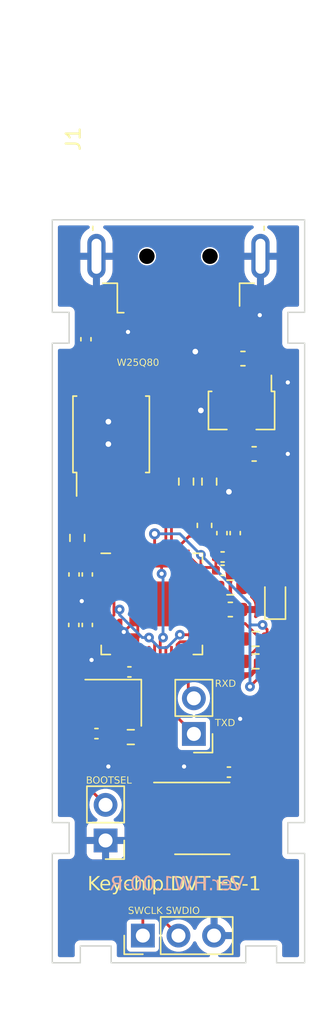
<source format=kicad_pcb>
(kicad_pcb (version 20221018) (generator pcbnew)
  (title_block (title "Keychip") (date "2023-11-12") (rev "Ver.HW1.00-R") (company "Setsuna ad Astra"))
  (layers (0 "F.Cu" signal) (31 "B.Cu" power) (34 "B.Paste" user) (35 "F.Paste" user) (36 "B.SilkS" user "B.Silkscreen") (37 "F.SilkS" user "F.Silkscreen") (38 "B.Mask" user) (39 "F.Mask" user) (44 "Edge.Cuts" user))
  (net 0 "")
  (net 1 "+3V3")
  (net 2 "GND")
  (net 3 "+1V1")
  (net 4 "Net-(J1-VBUS)")
  (net 5 "/XOUT")
  (net 6 "/XIN")
  (net 7 "Net-(D1-A)")
  (net 8 "/USB_D-")
  (net 9 "/USB_D+")
  (net 10 "/~{BOOTSEL}")
  (net 11 "/SWCLK")
  (net 12 "/SWDIO")
  (net 13 "/DBG_TX")
  (net 14 "/DBG_RX")
  (net 15 "/QSPI_SS")
  (net 16 "Net-(U1-USB_DP)")
  (net 17 "Net-(U1-USB_DM)")
  (net 18 "Net-(U1-XOUT)")
  (net 19 "/LED")
  (net 20 "/SCL")
  (net 21 "/SDA")
  (net 47 "/QSPI_SD3")
  (net 48 "/QSPI_SCLK")
  (net 49 "/QSPI_SD0")
  (net 50 "/QSPI_SD2")
  (net 51 "/QSPI_SD1")
  (footprint "Connector_PinHeader_2.54mm:PinHeader_1x03_P2.54mm_Vertical" (layer "F.Cu") (at 150.26 127.06 90)
    (fp_text reference "J3" hide)
    (fp_text value "Conn_01x03_Pin")
    (pad "1" thru_hole rect locked (at 0 0 90) (size 1.7 1.7) (drill 1) (layers "*.Cu" "*.Mask") (net 11 "/SWCLK"))
    (pad "2" thru_hole oval locked (at 0 2.54 90) (size 1.7 1.7) (drill 1) (layers "*.Cu" "*.Mask") (net 12 "/SWDIO"))
    (pad "3" thru_hole oval locked (at 0 5.08 90) (size 1.7 1.7) (drill 1) (layers "*.Cu" "*.Mask") (net 2 "GND"))
  )
  (footprint "Crystal:Crystal_SMD_3225-4Pin_3.2x2.5mm" (layer "F.Cu") (at 148.15 110.45 180)
    (fp_text reference "Y1" hide)
    (fp_text value "YSX321SL")
    (pad "1" smd rect locked (at -1.1 0.85 180) (size 1.4 1.2) (layers "F.Cu" "F.Paste" "F.Mask") (net 6 "/XIN"))
    (pad "2" smd rect locked (at 1.1 0.85 180) (size 1.4 1.2) (layers "F.Cu" "F.Paste" "F.Mask") (net 2 "GND"))
    (pad "3" smd rect locked (at 1.1 -0.85 180) (size 1.4 1.2) (layers "F.Cu" "F.Paste" "F.Mask") (net 5 "/XOUT"))
    (pad "4" smd rect locked (at -1.1 -0.85 180) (size 1.4 1.2) (layers "F.Cu" "F.Paste" "F.Mask") (net 2 "GND"))
  )
  (footprint "Capacitor_SMD:C_0402_1005Metric" (layer "F.Cu") (at 155.9 98.35 90)
    (fp_text reference "C11" hide)
    (fp_text value "100n")
    (pad "1" smd roundrect locked (at -0.48 0 90) (size 0.56 0.62) (layers "F.Cu" "F.Paste" "F.Mask") (net 3 "+1V1"))
    (pad "2" smd roundrect locked (at 0.48 0 90) (size 0.56 0.62) (layers "F.Cu" "F.Paste" "F.Mask") (net 2 "GND"))
  )
  (footprint "Capacitor_SMD:C_0402_1005Metric" (layer "F.Cu") (at 146.3 101.3 -90)
    (fp_text reference locked "C6" hide)
    (fp_text value "100n")
    (pad "1" smd roundrect locked (at -0.48 0 270) (size 0.56 0.62) (layers "F.Cu" "F.Paste" "F.Mask") (net 1 "+3V3"))
    (pad "2" smd roundrect locked (at 0.48 0 270) (size 0.56 0.62) (layers "F.Cu" "F.Paste" "F.Mask") (net 2 "GND"))
  )
  (footprint "Capacitor_SMD:C_0603_1608Metric" (layer "F.Cu") (at 154.658 97.8 90)
    (fp_text reference "C9" hide)
    (fp_text value "1u")
    (pad "1" smd roundrect locked (at -0.775 0 90) (size 0.9 0.95) (layers "F.Cu" "F.Paste" "F.Mask") (net 3 "+1V1"))
    (pad "2" smd roundrect locked (at 0.775 0 90) (size 0.9 0.95) (layers "F.Cu" "F.Paste" "F.Mask") (net 2 "GND"))
  )
  (footprint "Resistor_SMD:R_0603_1608Metric" (layer "F.Cu") (at 158.3 107.5 180)
    (fp_text reference "R6" hide)
    (fp_text value "4.7k")
    (pad "1" smd roundrect locked (at -0.825 0 180) (size 0.8 0.95) (layers "F.Cu" "F.Paste" "F.Mask") (net 1 "+3V3"))
    (pad "2" smd roundrect locked (at 0.825 0 180) (size 0.8 0.95) (layers "F.Cu" "F.Paste" "F.Mask") (net 20 "/SCL"))
  )
  (footprint "Package_DFN_QFN:QFN-56-1EP_7x7mm_P0.4mm_EP3.2x3.2mm" (layer "F.Cu") (at 150.9 103.4)
    (fp_text reference "U1" hide)
    (fp_text value "RP2040")
    (pad "1" smd roundrect locked (at -3.4375 -2.6) (size 0.875 0.2) (layers "F.Cu" "F.Paste" "F.Mask") (net 1 "+3V3"))
    (pad "2" smd roundrect locked (at -3.4375 -2.2) (size 0.875 0.2) (layers "F.Cu" "F.Paste" "F.Mask"))
    (pad "3" smd roundrect locked (at -3.4375 -1.8) (size 0.875 0.2) (layers "F.Cu" "F.Paste" "F.Mask"))
    (pad "4" smd roundrect locked (at -3.4375 -1.4) (size 0.875 0.2) (layers "F.Cu" "F.Paste" "F.Mask"))
    (pad "5" smd roundrect locked (at -3.4375 -1) (size 0.875 0.2) (layers "F.Cu" "F.Paste" "F.Mask"))
    (pad "6" smd roundrect locked (at -3.4375 -0.6) (size 0.875 0.2) (layers "F.Cu" "F.Paste" "F.Mask"))
    (pad "7" smd roundrect locked (at -3.4375 -0.2) (size 0.875 0.2) (layers "F.Cu" "F.Paste" "F.Mask"))
    (pad "8" smd roundrect locked (at -3.4375 0.2) (size 0.875 0.2) (layers "F.Cu" "F.Paste" "F.Mask"))
    (pad "9" smd roundrect locked (at -3.4375 0.6) (size 0.875 0.2) (layers "F.Cu" "F.Paste" "F.Mask"))
    (pad "10" smd roundrect locked (at -3.4375 1) (size 0.875 0.2) (layers "F.Cu" "F.Paste" "F.Mask") (net 1 "+3V3"))
    (pad "11" smd roundrect locked (at -3.4375 1.4) (size 0.875 0.2) (layers "F.Cu" "F.Paste" "F.Mask"))
    (pad "12" smd roundrect locked (at -3.4375 1.8) (size 0.875 0.2) (layers "F.Cu" "F.Paste" "F.Mask"))
    (pad "13" smd roundrect locked (at -3.4375 2.2) (size 0.875 0.2) (layers "F.Cu" "F.Paste" "F.Mask"))
    (pad "14" smd roundrect locked (at -3.4375 2.6) (size 0.875 0.2) (layers "F.Cu" "F.Paste" "F.Mask"))
    (pad "15" smd roundrect locked (at -2.6 3.4375) (size 0.2 0.875) (layers "F.Cu" "F.Paste" "F.Mask"))
    (pad "16" smd roundrect locked (at -2.2 3.4375) (size 0.2 0.875) (layers "F.Cu" "F.Paste" "F.Mask"))
    (pad "17" smd roundrect locked (at -1.8 3.4375) (size 0.2 0.875) (layers "F.Cu" "F.Paste" "F.Mask"))
    (pad "18" smd roundrect locked (at -1.4 3.4375) (size 0.2 0.875) (layers "F.Cu" "F.Paste" "F.Mask"))
    (pad "19" smd roundrect locked (at -1 3.4375) (size 0.2 0.875) (layers "F.Cu" "F.Paste" "F.Mask") (net 2 "GND"))
    (pad "20" smd roundrect locked (at -0.6 3.4375) (size 0.2 0.875) (layers "F.Cu" "F.Paste" "F.Mask") (net 6 "/XIN"))
    (pad "21" smd roundrect locked (at -0.2 3.4375) (size 0.2 0.875) (layers "F.Cu" "F.Paste" "F.Mask") (net 18 "Net-(U1-XOUT)"))
    (pad "22" smd roundrect locked (at 0.2 3.4375) (size 0.2 0.875) (layers "F.Cu" "F.Paste" "F.Mask") (net 1 "+3V3"))
    (pad "23" smd roundrect locked (at 0.6 3.4375) (size 0.2 0.875) (layers "F.Cu" "F.Paste" "F.Mask") (net 3 "+1V1"))
    (pad "24" smd roundrect locked (at 1 3.4375) (size 0.2 0.875) (layers "F.Cu" "F.Paste" "F.Mask") (net 11 "/SWCLK"))
    (pad "25" smd roundrect locked (at 1.4 3.4375) (size 0.2 0.875) (layers "F.Cu" "F.Paste" "F.Mask") (net 12 "/SWDIO"))
    (pad "26" smd roundrect locked (at 1.8 3.4375) (size 0.2 0.875) (layers "F.Cu" "F.Paste" "F.Mask") (net 1 "+3V3"))
    (pad "27" smd roundrect locked (at 2.2 3.4375) (size 0.2 0.875) (layers "F.Cu" "F.Paste" "F.Mask") (net 13 "/DBG_TX"))
    (pad "28" smd roundrect locked (at 2.6 3.4375) (size 0.2 0.875) (layers "F.Cu" "F.Paste" "F.Mask") (net 14 "/DBG_RX"))
    (pad "29" smd roundrect locked (at 3.4375 2.6) (size 0.875 0.2) (layers "F.Cu" "F.Paste" "F.Mask"))
    (pad "30" smd roundrect locked (at 3.4375 2.2) (size 0.875 0.2) (layers "F.Cu" "F.Paste" "F.Mask"))
    (pad "31" smd roundrect locked (at 3.4375 1.8) (size 0.875 0.2) (layers "F.Cu" "F.Paste" "F.Mask") (net 21 "/SDA"))
    (pad "32" smd roundrect locked (at 3.4375 1.4) (size 0.875 0.2) (layers "F.Cu" "F.Paste" "F.Mask") (net 20 "/SCL"))
    (pad "33" smd roundrect locked (at 3.4375 1) (size 0.875 0.2) (layers "F.Cu" "F.Paste" "F.Mask") (net 1 "+3V3"))
    (pad "34" smd roundrect locked (at 3.4375 0.6) (size 0.875 0.2) (layers "F.Cu" "F.Paste" "F.Mask"))
    (pad "35" smd roundrect locked (at 3.4375 0.2) (size 0.875 0.2) (layers "F.Cu" "F.Paste" "F.Mask"))
    (pad "36" smd roundrect locked (at 3.4375 -0.2) (size 0.875 0.2) (layers "F.Cu" "F.Paste" "F.Mask"))
    (pad "37" smd roundrect locked (at 3.4375 -0.6) (size 0.875 0.2) (layers "F.Cu" "F.Paste" "F.Mask") (net 19 "/LED"))
    (pad "38" smd roundrect locked (at 3.4375 -1) (size 0.875 0.2) (layers "F.Cu" "F.Paste" "F.Mask"))
    (pad "39" smd roundrect locked (at 3.4375 -1.4) (size 0.875 0.2) (layers "F.Cu" "F.Paste" "F.Mask"))
    (pad "40" smd roundrect locked (at 3.4375 -1.8) (size 0.875 0.2) (layers "F.Cu" "F.Paste" "F.Mask"))
    (pad "41" smd roundrect locked (at 3.4375 -2.2) (size 0.875 0.2) (layers "F.Cu" "F.Paste" "F.Mask"))
    (pad "42" smd roundrect locked (at 3.4375 -2.6) (size 0.875 0.2) (layers "F.Cu" "F.Paste" "F.Mask") (net 1 "+3V3"))
    (pad "43" smd roundrect locked (at 2.6 -3.4375) (size 0.2 0.875) (layers "F.Cu" "F.Paste" "F.Mask") (net 1 "+3V3"))
    (pad "44" smd roundrect locked (at 2.2 -3.4375) (size 0.2 0.875) (layers "F.Cu" "F.Paste" "F.Mask") (net 1 "+3V3"))
    (pad "45" smd roundrect locked (at 1.8 -3.4375) (size 0.2 0.875) (layers "F.Cu" "F.Paste" "F.Mask") (net 3 "+1V1"))
    (pad "46" smd roundrect locked (at 1.4 -3.4375) (size 0.2 0.875) (layers "F.Cu" "F.Paste" "F.Mask") (net 17 "Net-(U1-USB_DM)"))
    (pad "47" smd roundrect locked (at 1 -3.4375) (size 0.2 0.875) (layers "F.Cu" "F.Paste" "F.Mask") (net 16 "Net-(U1-USB_DP)"))
    (pad "48" smd roundrect locked (at 0.6 -3.4375) (size 0.2 0.875) (layers "F.Cu" "F.Paste" "F.Mask") (net 1 "+3V3"))
    (pad "49" smd roundrect locked (at 0.2 -3.4375) (size 0.2 0.875) (layers "F.Cu" "F.Paste" "F.Mask") (net 1 "+3V3"))
    (pad "50" smd roundrect locked (at -0.2 -3.4375) (size 0.2 0.875) (layers "F.Cu" "F.Paste" "F.Mask") (net 3 "+1V1"))
    (pad "51" smd roundrect locked (at -0.6 -3.4375) (size 0.2 0.875) (layers "F.Cu" "F.Paste" "F.Mask") (net 47 "/QSPI_SD3"))
    (pad "52" smd roundrect locked (at -1 -3.4375) (size 0.2 0.875) (layers "F.Cu" "F.Paste" "F.Mask") (net 48 "/QSPI_SCLK"))
    (pad "53" smd roundrect locked (at -1.4 -3.4375) (size 0.2 0.875) (layers "F.Cu" "F.Paste" "F.Mask") (net 49 "/QSPI_SD0"))
    (pad "54" smd roundrect locked (at -1.8 -3.4375) (size 0.2 0.875) (layers "F.Cu" "F.Paste" "F.Mask") (net 50 "/QSPI_SD2"))
    (pad "55" smd roundrect locked (at -2.2 -3.4375) (size 0.2 0.875) (layers "F.Cu" "F.Paste" "F.Mask") (net 51 "/QSPI_SD1"))
    (pad "56" smd roundrect locked (at -2.6 -3.4375) (size 0.2 0.875) (layers "F.Cu" "F.Paste" "F.Mask") (net 15 "/QSPI_SS"))
    (pad "57" smd rect locked (at 0 0) (size 3.2 3.2) (layers "F.Cu" "F.Mask") (net 2 "GND"))
  )
  (footprint "Capacitor_SMD:C_0402_1005Metric" (layer "F.Cu") (at 146.3 104.9 -90)
    (fp_text reference locked "C5" hide)
    (fp_text value "100n")
    (pad "1" smd roundrect locked (at -0.48 0 270) (size 0.56 0.62) (layers "F.Cu" "F.Paste" "F.Mask") (net 1 "+3V3"))
    (pad "2" smd roundrect locked (at 0.48 0 270) (size 0.56 0.62) (layers "F.Cu" "F.Paste" "F.Mask") (net 2 "GND"))
  )
  (footprint "Resistor_SMD:R_0603_1608Metric" (layer "F.Cu") (at 145.582 98.6925 90)
    (fp_text reference "R1" hide)
    (fp_text value "1k")
    (pad "1" smd roundrect locked (at -0.825 0 90) (size 0.8 0.95) (layers "F.Cu" "F.Paste" "F.Mask") (net 10 "/~{BOOTSEL}"))
    (pad "2" smd roundrect locked (at 0.825 0 90) (size 0.8 0.95) (layers "F.Cu" "F.Paste" "F.Mask") (net 15 "/QSPI_SS"))
  )
  (footprint "Package_SO:SOIC-8_5.23x5.23mm_P1.27mm" (layer "F.Cu") (at 148 91.3 90)
    (fp_text reference "U3" hide)
    (fp_text value "W25Q80DV")
    (pad "1" smd roundrect locked (at -3.6 -1.905 90) (size 1.6 0.6) (layers "F.Cu" "F.Paste" "F.Mask") (net 15 "/QSPI_SS"))
    (pad "2" smd roundrect locked (at -3.6 -0.635 90) (size 1.6 0.6) (layers "F.Cu" "F.Paste" "F.Mask") (net 51 "/QSPI_SD1"))
    (pad "3" smd roundrect locked (at -3.6 0.635 90) (size 1.6 0.6) (layers "F.Cu" "F.Paste" "F.Mask") (net 50 "/QSPI_SD2"))
    (pad "4" smd roundrect locked (at -3.6 1.905 90) (size 1.6 0.6) (layers "F.Cu" "F.Paste" "F.Mask") (net 2 "GND"))
    (pad "5" smd roundrect locked (at 3.6 1.905 90) (size 1.6 0.6) (layers "F.Cu" "F.Paste" "F.Mask") (net 49 "/QSPI_SD0"))
    (pad "6" smd roundrect locked (at 3.6 0.635 90) (size 1.6 0.6) (layers "F.Cu" "F.Paste" "F.Mask") (net 48 "/QSPI_SCLK"))
    (pad "7" smd roundrect locked (at 3.6 -0.635 90) (size 1.6 0.6) (layers "F.Cu" "F.Paste" "F.Mask") (net 47 "/QSPI_SD3"))
    (pad "8" smd roundrect locked (at 3.6 -1.905 90) (size 1.6 0.6) (layers "F.Cu" "F.Paste" "F.Mask") (net 1 "+3V3"))
  )
  (footprint "Connector_PinHeader_2.54mm:PinHeader_1x02_P2.54mm_Vertical" (layer "F.Cu") (at 147.6 120.275 180)
    (fp_text reference "J2" hide)
    (fp_text value "Conn_01x02_Socket")
    (pad "1" thru_hole rect locked (at 0 0 180) (size 1.7 1.7) (drill 1) (layers "*.Cu" "*.Mask") (net 2 "GND"))
    (pad "2" thru_hole oval locked (at 0 2.54 180) (size 1.7 1.7) (drill 1) (layers "*.Cu" "*.Mask") (net 10 "/~{BOOTSEL}"))
  )
  (footprint "Capacitor_SMD:C_0402_1005Metric" (layer "F.Cu") (at 146.95 112.65)
    (fp_text reference "C15" hide)
    (fp_text value "30p")
    (pad "1" smd roundrect locked (at -0.48 0) (size 0.56 0.62) (layers "F.Cu" "F.Paste" "F.Mask") (net 2 "GND"))
    (pad "2" smd roundrect locked (at 0.48 0) (size 0.56 0.62) (layers "F.Cu" "F.Paste" "F.Mask") (net 5 "/XOUT"))
  )
  (footprint "Capacitor_SMD:C_0402_1005Metric" (layer "F.Cu") (at 145.334 104.9 -90)
    (fp_text reference "C8" hide)
    (fp_text value "100n")
    (pad "1" smd roundrect locked (at -0.48 0 270) (size 0.56 0.62) (layers "F.Cu" "F.Paste" "F.Mask") (net 1 "+3V3"))
    (pad "2" smd roundrect locked (at 0.48 0 270) (size 0.56 0.62) (layers "F.Cu" "F.Paste" "F.Mask") (net 2 "GND"))
  )
  (footprint "Connector_PinHeader_2.54mm:PinHeader_1x02_P2.54mm_Vertical" (layer "F.Cu") (at 153.9 112.675 180)
    (fp_text reference "J4" hide)
    (fp_text value "Conn_01x02_Socket")
    (pad "1" thru_hole rect locked (at 0 0 180) (size 1.7 1.7) (drill 1) (layers "*.Cu" "*.Mask") (net 13 "/DBG_TX"))
    (pad "2" thru_hole oval locked (at 0 2.54 180) (size 1.7 1.7) (drill 1) (layers "*.Cu" "*.Mask") (net 14 "/DBG_RX"))
  )
  (footprint "Connector_USB:USB_A_Molex_48037-2200_Horizontal" (layer "F.Cu") (at 152.8 70.225 90)
    (fp_text reference "J1" (at 0 -7.5 90) (layer "F.SilkS"))
    (fp_text value "USB_A")
    (pad "" np_thru_hole circle locked (at -8.375 -2.25 90) (size 1.1 1.1) (drill 1.1) (layers "*.Mask"))
    (pad "" np_thru_hole circle locked (at -8.375 2.25 90) (size 1.1 1.1) (drill 1.1) (layers "*.Mask"))
    (pad "1" smd roundrect locked (at -10.975 -3.5 90) (size 2 1.2) (layers "F.Cu" "F.Paste" "F.Mask") (net 4 "Net-(J1-VBUS)"))
    (pad "2" smd roundrect locked (at -10.975 -1 90) (size 2 1.2) (layers "F.Cu" "F.Paste" "F.Mask") (net 8 "/USB_D-"))
    (pad "3" smd roundrect locked (at -10.975 1 90) (size 2 1.2) (layers "F.Cu" "F.Paste" "F.Mask") (net 9 "/USB_D+"))
    (pad "4" smd roundrect locked (at -10.975 3.5 90) (size 2 1.2) (layers "F.Cu" "F.Paste" "F.Mask") (net 2 "GND"))
    (pad "5" thru_hole oval locked (at -8.375 -5.85 90) (size 3.2 1.3) (drill oval 2.5 0.7) (layers "*.Cu" "*.Mask") (net 2 "GND"))
    (pad "5" thru_hole oval locked (at -8.375 5.85 90) (size 3.2 1.3) (drill oval 2.5 0.7) (layers "*.Cu" "*.Mask") (net 2 "GND"))
  )
  (footprint "Capacitor_SMD:C_0402_1005Metric" (layer "F.Cu") (at 156.85 98.35 90)
    (fp_text reference "C10" hide)
    (fp_text value "100n")
    (pad "1" smd roundrect locked (at -0.48 0 90) (size 0.56 0.62) (layers "F.Cu" "F.Paste" "F.Mask") (net 3 "+1V1"))
    (pad "2" smd roundrect locked (at 0.48 0 90) (size 0.56 0.62) (layers "F.Cu" "F.Paste" "F.Mask") (net 2 "GND"))
  )
  (footprint "Resistor_SMD:R_0603_1608Metric" (layer "F.Cu") (at 149.4 112.9)
    (fp_text reference "R4" hide)
    (fp_text value "1k")
    (pad "1" smd roundrect locked (at -0.825 0) (size 0.8 0.95) (layers "F.Cu" "F.Paste" "F.Mask") (net 5 "/XOUT"))
    (pad "2" smd roundrect locked (at 0.825 0) (size 0.8 0.95) (layers "F.Cu" "F.Paste" "F.Mask") (net 18 "Net-(U1-XOUT)"))
  )
  (footprint "Capacitor_SMD:C_0402_1005Metric" (layer "F.Cu") (at 145.35 101.3 -90)
    (fp_text reference "C7" hide)
    (fp_text value "100n")
    (pad "1" smd roundrect locked (at -0.48 0 270) (size 0.56 0.62) (layers "F.Cu" "F.Paste" "F.Mask") (net 1 "+3V3"))
    (pad "2" smd roundrect locked (at 0.48 0 270) (size 0.56 0.62) (layers "F.Cu" "F.Paste" "F.Mask") (net 2 "GND"))
  )
  (footprint "Resistor_SMD:R_0603_1608Metric" (layer "F.Cu") (at 156.5 102.2275)
    (fp_text reference "R5" hide)
    (fp_text value "470")
    (pad "1" smd roundrect locked (at -0.825 0) (size 0.8 0.95) (layers "F.Cu" "F.Paste" "F.Mask") (net 19 "/LED"))
    (pad "2" smd roundrect locked (at 0.825 0) (size 0.8 0.95) (layers "F.Cu" "F.Paste" "F.Mask") (net 7 "Net-(D1-A)"))
  )
  (footprint "Capacitor_SMD:C_0603_1608Metric" (layer "F.Cu") (at 157.4 85.9)
    (fp_text reference "C12" hide)
    (fp_text value "10u")
    (pad "1" smd roundrect locked (at -0.775 0) (size 0.9 0.95) (layers "F.Cu" "F.Paste" "F.Mask") (net 4 "Net-(J1-VBUS)"))
    (pad "2" smd roundrect locked (at 0.775 0) (size 0.9 0.95) (layers "F.Cu" "F.Paste" "F.Mask") (net 2 "GND"))
  )
  (footprint "Capacitor_SMD:C_0603_1608Metric" (layer "F.Cu") (at 156.5 103.8)
    (fp_text reference locked "C1" hide)
    (fp_text value "1u")
    (pad "1" smd roundrect locked (at -0.775 0) (size 0.9 0.95) (layers "F.Cu" "F.Paste" "F.Mask") (net 1 "+3V3"))
    (pad "2" smd roundrect locked (at 0.775 0) (size 0.9 0.95) (layers "F.Cu" "F.Paste" "F.Mask") (net 2 "GND"))
  )
  (footprint "Package_TO_SOT_SMD:SOT-89-3" (layer "F.Cu") (at 157.3 89.6 -90)
    (fp_text reference "U5" hide)
    (fp_text value "AMS1117-3.3")
    (pad "1" smd rect locked (at -1.95 -1.5 270) (size 1.3 0.9) (layers "F.Cu" "F.Paste" "F.Mask") (net 2 "GND"))
    (pad "2" smd custom locked (at -1.8625 0 270) (size 1.475 0.9) (layers "F.Cu" "F.Paste" "F.Mask") (net 1 "+3V3") (options (clearance outline) (anchor rect)) (primitives (gr_poly (pts (xy 3.8625 0.8665) (xy 0.7375 0.8665) (xy 0.7375 -0.8665) (xy 3.8625 -0.8665)) (width 0) (fill yes))))
    (pad "3" smd rect locked (at -1.95 1.5 270) (size 1.3 0.9) (layers "F.Cu" "F.Paste" "F.Mask") (net 4 "Net-(J1-VBUS)"))
  )
  (footprint "Capacitor_SMD:C_0402_1005Metric" (layer "F.Cu") (at 155.95 100.05)
    (fp_text reference "C2" hide)
    (fp_text value "100n")
    (pad "1" smd roundrect locked (at -0.48 0) (size 0.56 0.62) (layers "F.Cu" "F.Paste" "F.Mask") (net 1 "+3V3"))
    (pad "2" smd roundrect locked (at 0.48 0) (size 0.56 0.62) (layers "F.Cu" "F.Paste" "F.Mask") (net 2 "GND"))
  )
  (footprint "Resistor_SMD:R_0603_1608Metric" (layer "F.Cu") (at 158.3 105.9)
    (fp_text reference "R7" hide)
    (fp_text value "4.7k")
    (pad "1" smd roundrect locked (at -0.825 0) (size 0.8 0.95) (layers "F.Cu" "F.Paste" "F.Mask") (net 21 "/SDA"))
    (pad "2" smd roundrect locked (at 0.825 0) (size 0.8 0.95) (layers "F.Cu" "F.Paste" "F.Mask") (net 1 "+3V3"))
  )
  (footprint "Resistor_SMD:R_0603_1608Metric" (layer "F.Cu") (at 155 94.675 -90)
    (fp_text reference "R3" hide)
    (fp_text value "27.4")
    (pad "1" smd roundrect locked (at -0.825 0 270) (size 0.8 0.95) (layers "F.Cu" "F.Paste" "F.Mask") (net 8 "/USB_D-"))
    (pad "2" smd roundrect locked (at 0.825 0 270) (size 0.8 0.95) (layers "F.Cu" "F.Paste" "F.Mask") (net 17 "Net-(U1-USB_DM)"))
  )
  (footprint "Capacitor_SMD:C_0402_1005Metric" (layer "F.Cu") (at 146.2 84.52 90)
    (fp_text reference "C14" hide)
    (fp_text value "100n")
    (pad "1" smd roundrect locked (at -0.48 0 90) (size 0.56 0.62) (layers "F.Cu" "F.Paste" "F.Mask") (net 1 "+3V3"))
    (pad "2" smd roundrect locked (at 0.48 0 90) (size 0.56 0.62) (layers "F.Cu" "F.Paste" "F.Mask") (net 2 "GND"))
  )
  (footprint "Capacitor_SMD:C_0603_1608Metric" (layer "F.Cu") (at 158.2 92.7)
    (fp_text reference "C13" hide)
    (fp_text value "10u")
    (pad "1" smd roundrect locked (at -0.775 0) (size 0.9 0.95) (layers "F.Cu" "F.Paste" "F.Mask") (net 1 "+3V3"))
    (pad "2" smd roundrect locked (at 0.775 0) (size 0.9 0.95) (layers "F.Cu" "F.Paste" "F.Mask") (net 2 "GND"))
  )
  (footprint "Capacitor_SMD:C_0402_1005Metric" (layer "F.Cu") (at 149.3 108.25 180)
    (fp_text reference "C16" hide)
    (fp_text value "30p")
    (pad "1" smd roundrect locked (at -0.48 0 180) (size 0.56 0.62) (layers "F.Cu" "F.Paste" "F.Mask") (net 6 "/XIN"))
    (pad "2" smd roundrect locked (at 0.48 0 180) (size 0.56 0.62) (layers "F.Cu" "F.Paste" "F.Mask") (net 2 "GND"))
  )
  (footprint "Capacitor_SMD:C_0402_1005Metric" (layer "F.Cu") (at 155.95 101)
    (fp_text reference "C4" hide)
    (fp_text value "100n")
    (pad "1" smd roundrect locked (at -0.48 0) (size 0.56 0.62) (layers "F.Cu" "F.Paste" "F.Mask") (net 1 "+3V3"))
    (pad "2" smd roundrect locked (at 0.48 0) (size 0.56 0.62) (layers "F.Cu" "F.Paste" "F.Mask") (net 2 "GND"))
  )
  (footprint "Resistor_SMD:R_0603_1608Metric" (layer "F.Cu") (at 153.35 94.675 -90)
    (fp_text reference "R2" hide)
    (fp_text value "27.4")
    (pad "1" smd roundrect locked (at -0.825 0 270) (size 0.8 0.95) (layers "F.Cu" "F.Paste" "F.Mask") (net 9 "/USB_D+"))
    (pad "2" smd roundrect locked (at 0.825 0 270) (size 0.8 0.95) (layers "F.Cu" "F.Paste" "F.Mask") (net 16 "Net-(U1-USB_DP)"))
  )
  (footprint "Capacitor_SMD:C_0402_1005Metric" (layer "F.Cu") (at 156.4 115.4 180)
    (fp_text reference "C17" hide)
    (fp_text value "100n")
    (pad "1" smd roundrect locked (at -0.48 0 180) (size 0.56 0.62) (layers "F.Cu" "F.Paste" "F.Mask") (net 1 "+3V3"))
    (pad "2" smd roundrect locked (at 0.48 0 180) (size 0.56 0.62) (layers "F.Cu" "F.Paste" "F.Mask") (net 2 "GND"))
  )
  (footprint "LED_SMD:LED_0603_1608Metric" (layer "F.Cu") (at 159.7 103 90)
    (fp_text reference "D1" hide)
    (fp_text value "LED")
    (pad "1" smd roundrect locked (at -0.7875 0 90) (size 0.875 0.95) (layers "F.Cu" "F.Paste" "F.Mask") (net 2 "GND"))
    (pad "2" smd roundrect locked (at 0.7875 0 90) (size 0.875 0.95) (layers "F.Cu" "F.Paste" "F.Mask") (net 7 "Net-(D1-A)"))
  )
  (footprint "Package_SO:SOIC-8_3.9x4.9mm_P1.27mm" (layer "F.Cu") (at 154.5 118.7)
    (fp_text reference "U4" hide)
    (fp_text value "ATECC608A-SSHDA")
    (pad "1" smd roundrect locked (at -2.475 -1.905) (size 1.95 0.6) (layers "F.Cu" "F.Paste" "F.Mask"))
    (pad "2" smd roundrect locked (at -2.475 -0.635) (size 1.95 0.6) (layers "F.Cu" "F.Paste" "F.Mask"))
    (pad "3" smd roundrect locked (at -2.475 0.635) (size 1.95 0.6) (layers "F.Cu" "F.Paste" "F.Mask"))
    (pad "4" smd roundrect locked (at -2.475 1.905) (size 1.95 0.6) (layers "F.Cu" "F.Paste" "F.Mask") (net 2 "GND"))
    (pad "5" smd roundrect locked (at 2.475 1.905) (size 1.95 0.6) (layers "F.Cu" "F.Paste" "F.Mask") (net 21 "/SDA"))
    (pad "6" smd roundrect locked (at 2.475 0.635) (size 1.95 0.6) (layers "F.Cu" "F.Paste" "F.Mask") (net 20 "/SCL"))
    (pad "7" smd roundrect locked (at 2.475 -0.635) (size 1.95 0.6) (layers "F.Cu" "F.Paste" "F.Mask"))
    (pad "8" smd roundrect locked (at 2.475 -1.905) (size 1.95 0.6) (layers "F.Cu" "F.Paste" "F.Mask") (net 1 "+3V3"))
  )
  (gr_line locked (start 160.6 84.8) (end 161.8 84.8) (stroke (width 0.1)) (layer "Edge.Cuts"))
  (gr_line locked (start 159.8 129) (end 159.8 127.8) (stroke (width 0.1)) (layer "Edge.Cuts"))
  (gr_line locked (start 143.8 76) (end 143.8 82.6) (stroke (width 0.1)) (layer "Edge.Cuts"))
  (gr_line locked (start 145 84.8) (end 143.8 84.8) (stroke (width 0.1)) (layer "Edge.Cuts"))
  (gr_line locked (start 160.6 121.2) (end 161.8 121.2) (stroke (width 0.1)) (layer "Edge.Cuts"))
  (gr_line locked (start 157.6 127.8) (end 157.6 129) (stroke (width 0.1)) (layer "Edge.Cuts"))
  (gr_line locked (start 161.8 82.6) (end 160.6 82.6) (stroke (width 0.1)) (layer "Edge.Cuts"))
  (gr_line locked (start 161.8 119) (end 160.6 119) (stroke (width 0.1)) (layer "Edge.Cuts"))
  (gr_line locked (start 161.8 129) (end 161.8 121.2) (stroke (width 0.1)) (layer "Edge.Cuts"))
  (gr_line locked (start 145 121.2) (end 143.8 121.2) (stroke (width 0.1)) (layer "Edge.Cuts"))
  (gr_line locked (start 143.8 84.8) (end 143.8 119) (stroke (width 0.1)) (layer "Edge.Cuts"))
  (gr_line locked (start 145 119) (end 145 121.2) (stroke (width 0.1)) (layer "Edge.Cuts"))
  (gr_line locked (start 145.8 127.8) (end 148 127.8) (stroke (width 0.1)) (layer "Edge.Cuts"))
  (gr_line locked (start 159.8 127.8) (end 157.6 127.8) (stroke (width 0.1)) (layer "Edge.Cuts"))
  (gr_line locked (start 143.8 129) (end 145.8 129) (stroke (width 0.1)) (layer "Edge.Cuts"))
  (gr_line locked (start 143.8 119) (end 145 119) (stroke (width 0.1)) (layer "Edge.Cuts"))
  (gr_line locked (start 161.8 84.8) (end 161.8 119) (stroke (width 0.1)) (layer "Edge.Cuts"))
  (gr_line locked (start 161.8 76) (end 161.8 82.6) (stroke (width 0.1)) (layer "Edge.Cuts"))
  (gr_line locked (start 160.6 82.6) (end 160.6 84.8) (stroke (width 0.1)) (layer "Edge.Cuts"))
  (gr_line locked (start 161.8 129) (end 159.8 129) (stroke (width 0.1)) (layer "Edge.Cuts"))
  (gr_line locked (start 157.6 129) (end 148 129) (stroke (width 0.1)) (layer "Edge.Cuts"))
  (gr_line locked (start 145 82.6) (end 145 84.8) (stroke (width 0.1)) (layer "Edge.Cuts"))
  (gr_line locked (start 145.8 129) (end 145.8 127.8) (stroke (width 0.1)) (layer "Edge.Cuts"))
  (gr_line locked (start 161.8 76) (end 143.8 76) (stroke (width 0.1)) (layer "Edge.Cuts"))
  (gr_line locked (start 148 127.8) (end 148 129) (stroke (width 0.1)) (layer "Edge.Cuts"))
  (gr_line locked (start 160.6 119) (end 160.6 121.2) (stroke (width 0.1)) (layer "Edge.Cuts"))
  (gr_line locked (start 143.8 121.2) (end 143.8 129) (stroke (width 0.1)) (layer "Edge.Cuts"))
  (gr_line locked (start 143.8 82.6) (end 145 82.6) (stroke (width 0.1)) (layer "Edge.Cuts"))
  (gr_text locked "Ver.HW1.00-R" (at 157.5 124) (layer "B.SilkS") (effects (font (size 1 1)) (justify left bottom mirror)))
  (gr_text locked "BOOTSEL" (at 146.2 116.3) (layer "F.SilkS") (effects (font (size 0.5 0.5) (thickness 0.125)) (justify left bottom)))
  (gr_text locked "Keychip DVT ES-1" (at 146.3 124) (layer "F.SilkS") (effects (font (size 1 1)) (justify left bottom)))
  (gr_text locked "RXD" (at 155.4 109.4) (layer "F.SilkS") (effects (font (size 0.5 0.5) (thickness 0.125)) (justify left bottom)))
  (gr_text locked "SWCLK SWDIO" (at 149.2 125.6) (layer "F.SilkS") (effects (font (size 0.5 0.5) (thickness 0.125)) (justify left bottom)))
  (gr_text locked "TXD" (at 155.4 112.2) (layer "F.SilkS") (effects (font (size 0.5 0.5) (thickness 0.125)) (justify left bottom)))
  (gr_text locked "W25Q80" (at 148.4 86.5) (layer "F.SilkS") (effects (font (size 0.5 0.5) (thickness 0.125)) (justify left bottom)))
  (segment locked (start 153.6 104.605026) (end 153.702513 104.502513) (width 0.2) (layer "F.Cu") (net 1))
  (segment locked (start 155.2915 100.8) (end 155.47 100.9785) (width 0.2) (layer "F.Cu") (net 1))
  (segment locked (start 145.079182 98.7675) (end 146.084818 98.7675) (width 0.3) (layer "F.Cu") (net 1))
  (segment locked (start 153.6 106.1) (end 153.6 106) (width 0.2) (layer "F.Cu") (net 1))
  (segment locked (start 148.2 101.005026) (end 148.2 103.2) (width 0.2) (layer "F.Cu") (net 1))
  (segment locked (start 153.5 99.9625) (end 154.3375 100.8) (width 0.2) (layer "F.Cu") (net 1))
  (segment locked (start 153.1 99.9625) (end 153.5 99.9625) (width 0.2) (layer "F.Cu") (net 1))
  (segment locked (start 151.1 99.9625) (end 151.1 98.4) (width 0.2) (layer "F.Cu") (net 1))
  (segment locked (start 156.88 116.11) (end 156.88 115.4) (width 0.2) (layer "F.Cu") (net 1))
  (segment locked (start 155.47 100.05) (end 155.497744 100.05) (width 0.2) (layer "F.Cu") (net 1))
  (segment locked (start 146.2 85) (end 146.2 87.595) (width 0.3) (layer "F.Cu") (net 1))
  (segment locked (start 155.497744 100.05) (end 156.107744 99.44) (width 0.2) (layer "F.Cu") (net 1))
  (segment locked (start 144.757 98.445318) (end 145.079182 98.7675) (width 0.3) (layer "F.Cu") (net 1))
  (segment locked (start 151.1 106.8375) (end 151.1 106.2) (width 0.2) (layer "F.Cu") (net 1))
  (segment locked (start 151.1 106.2) (end 150.7 105.8) (width 0.2) (layer "F.Cu") (net 1))
  (segment locked (start 157.3 87.7375) (end 157.425 87.8625) (width 0.2) (layer "F.Cu") (net 1))
  (segment locked (start 156.975 116.795) (end 156.975 116.205) (width 0.2) (layer "F.Cu") (net 1))
  (segment locked (start 153.6 106) (end 153.6 105.6) (width 0.2) (layer "F.Cu") (net 1))
  (segment locked (start 154.4 100.7375) (end 154.3375 100.8) (width 0.2) (layer "F.Cu") (net 1))
  (segment locked (start 148.2 103.8) (end 148.6 103.8) (width 0.2) (layer "F.Cu") (net 1))
  (segment locked (start 148.2 104.194974) (end 147.994974 104.4) (width 0.2) (layer "F.Cu") (net 1))
  (segment locked (start 147.994974 104.4) (end 147.4625 104.4) (width 0.2) (layer "F.Cu") (net 1))
  (segment locked (start 145.37 100.8) (end 147.4625 100.8) (width 0.2) (layer "F.Cu") (net 1))
  (segment locked (start 156.88 115.4) (end 159.125 113.155) (width 0.2) (layer "F.Cu") (net 1))
  (segment locked (start 153.805026 100.8) (end 154.3375 100.8) (width 0.2) (layer "F.Cu") (net 1))
  (segment locked (start 146.2 87.595) (end 146.095 87.7) (width 0.3) (layer "F.Cu") (net 1))
  (segment locked (start 159.125 108.075) (end 157.9 109.3) (width 0.2) (layer "F.Cu") (net 1))
  (segment locked (start 147.994974 100.8) (end 148.2 101.005026) (width 0.2) (layer "F.Cu") (net 1))
  (segment locked (start 156.975 116.205) (end 156.88 116.11) (width 0.2) (layer "F.Cu") (net 1))
  (segment locked (start 156.107744 99.44) (end 157.172256 99.44) (width 0.2) (layer "F.Cu") (net 1))
  (segment locked (start 153.805026 104.4) (end 154.3375 104.4) (width 0.2) (layer "F.Cu") (net 1))
  (segment locked (start 152.7 106.8375) (end 152.7 106.305026) (width 0.2) (layer "F.Cu") (net 1))
  (segment locked (start 155.125 104.4) (end 155.725 103.8) (width 0.2) (layer "F.Cu") (net 1))
  (segment locked (start 154.3375 104.4) (end 155.125 104.4) (width 0.2) (layer "F.Cu") (net 1))
  (segment locked (start 153.6 101.005026) (end 153.805026 100.8) (width 0.2) (layer "F.Cu") (net 1))
  (segment locked (start 153.6 104.4) (end 153.6 101.005026) (width 0.2) (layer "F.Cu") (net 1))
  (segment locked (start 151.1 99.9625) (end 151.5 99.9625) (width 0.2) (layer "F.Cu") (net 1))
  (segment locked (start 145.334 104.42) (end 145.354 104.4) (width 0.2) (layer "F.Cu") (net 1))
  (segment locked (start 154.3375 100.8) (end 155.27 100.8) (width 0.2) (layer "F.Cu") (net 1))
  (segment locked (start 159.125 105.225) (end 158.8 104.9) (width 0.2) (layer "F.Cu") (net 1))
  (segment locked (start 148.2 103.2) (end 148.2 103.8) (width 0.2) (layer "F.Cu") (net 1))
  (segment locked (start 144.757 89.038) (end 144.757 98.445318) (width 0.3) (layer "F.Cu") (net 1))
  (segment locked (start 147.4625 100.8) (end 147.994974 100.8) (width 0.2) (layer "F.Cu") (net 1))
  (segment locked (start 155.27 100.8) (end 155.47 101) (width 0.2) (layer "F.Cu") (net 1))
  (segment locked (start 157.8 98.812256) (end 157.8 93.075) (width 0.2) (layer "F.Cu") (net 1))
  (segment locked (start 146.084818 98.7675) (end 147.4625 100.145182) (width 0.3) (layer "F.Cu") (net 1))
  (segment locked (start 157.172256 99.44) (end 157.8 98.812256) (width 0.2) (layer "F.Cu") (net 1))
  (segment locked (start 155.47 101) (end 155.47 100.05) (width 0.2) (layer "F.Cu") (net 1))
  (segment locked (start 146.095 87.7) (end 144.757 89.038) (width 0.3) (layer "F.Cu") (net 1))
  (segment locked (start 152.9 105.6) (end 153.6 105.6) (width 0.2) (layer "F.Cu") (net 1))
  (segment locked (start 154.4 99.9) (end 154.4 100.7375) (width 0.2) (layer "F.Cu") (net 1))
  (segment locked (start 147.4625 100.145182) (end 147.4625 100.75) (width 0.3) (layer "F.Cu") (net 1))
  (segment locked (start 153.702513 104.502513) (end 153.6 104.4) (width 0.2) (layer "F.Cu") (net 1))
  (segment locked (start 159.125 105.9) (end 159.125 105.225) (width 0.2) (layer "F.Cu") (net 1))
  (segment locked (start 159.125 107.5) (end 159.125 108.075) (width 0.2) (layer "F.Cu") (net 1))
  (segment locked (start 159.125 113.155) (end 159.125 107.5) (width 0.2) (layer "F.Cu") (net 1))
  (segment locked (start 148.2 103.8) (end 148.2 104.194974) (width 0.2) (layer "F.Cu") (net 1))
  (segment locked (start 153.6 105.6) (end 153.6 104.605026) (width 0.2) (layer "F.Cu") (net 1))
  (segment locked (start 157.8 93.075) (end 157.425 92.7) (width 0.2) (layer "F.Cu") (net 1))
  (segment locked (start 153.702513 104.502513) (end 153.805026 104.4) (width 0.2) (layer "F.Cu") (net 1))
  (segment locked (start 157.425 87.8625) (end 157.425 92.7) (width 0.2) (layer "F.Cu") (net 1))
  (segment locked (start 145.35 100.82) (end 145.37 100.8) (width 0.2) (layer "F.Cu") (net 1))
  (segment locked (start 145.354 104.4) (end 147.4625 104.4) (width 0.2) (layer "F.Cu") (net 1))
  (segment locked (start 152.905026 106.1) (end 153.6 106.1) (width 0.2) (layer "F.Cu") (net 1))
  (segment locked (start 152.7 106.305026) (end 152.905026 106.1) (width 0.2) (layer "F.Cu") (net 1))
  (via locked (at 152.9 105.6) (size 0.7) (drill 0.3) (layers "F.Cu" "B.Cu") (net 1))
  (via locked (at 150.7 105.8) (size 0.7) (drill 0.3) (layers "F.Cu" "B.Cu") (net 1))
  (via locked (at 158.8 104.9) (size 0.7) (drill 0.3) (layers "F.Cu" "B.Cu") (net 1))
  (via locked (at 157.9 109.3) (size 0.7) (drill 0.3) (layers "F.Cu" "B.Cu") (net 1))
  (via locked (at 151.1 98.4) (size 0.8) (drill 0.4) (layers "F.Cu" "B.Cu") (net 1))
  (via locked (at 154.4 99.9) (size 0.7) (drill 0.3) (layers "F.Cu" "B.Cu") (net 1))
  (via locked (at 148.6 103.8) (size 0.7) (drill 0.3) (layers "F.Cu" "B.Cu") (net 1))
  (segment locked (start 151.9783 106.5217) (end 152.9 105.6) (width 0.2) (layer "B.Cu") (net 1))
  (segment locked (start 157.9 109.3) (end 157.9 104.8) (width 0.2) (layer "B.Cu") (net 1))
  (segment locked (start 152.9 98.4) (end 154.4 99.9) (width 0.2) (layer "B.Cu") (net 1))
  (segment locked (start 151.1 98.4) (end 152.9 98.4) (width 0.2) (layer "B.Cu") (net 1))
  (segment locked (start 148.6 103.8) (end 148.6 104.180761) (width 0.2) (layer "B.Cu") (net 1))
  (segment locked (start 151.4217 106.5217) (end 151.9783 106.5217) (width 0.2) (layer "B.Cu") (net 1))
  (segment locked (start 150.219239 105.8) (end 150.7 105.8) (width 0.2) (layer "B.Cu") (net 1))
  (segment locked (start 148.6 104.180761) (end 150.219239 105.8) (width 0.2) (layer "B.Cu") (net 1))
  (segment locked (start 157.9 104.8) (end 157.9 103.4) (width 0.2) (layer "B.Cu") (net 1))
  (segment locked (start 157.9 103.4) (end 154.4 99.9) (width 0.2) (layer "B.Cu") (net 1))
  (segment locked (start 158 104.9) (end 157.9 104.8) (width 0.2) (layer "B.Cu") (net 1))
  (segment locked (start 150.7 105.8) (end 151.4217 106.5217) (width 0.2) (layer "B.Cu") (net 1))
  (segment locked (start 158.8 104.9) (end 158 104.9) (width 0.2) (layer "B.Cu") (net 1))
  (segment locked (start 149.905 94.9) (end 149.905 94.505) (width 0.25) (layer "F.Cu") (net 2))
  (segment locked (start 158.175 87.025) (end 158.8 87.65) (width 0.2) (layer "F.Cu") (net 2))
  (segment locked (start 149.9 104.4) (end 150.9 103.4) (width 0.2) (layer "F.Cu") (net 2))
  (segment locked (start 155.9 97.87) (end 156.85 97.87) (width 0.2) (layer "F.Cu") (net 2))
  (segment locked (start 158.65 78.85) (end 158.65 78.6) (width 0.2) (layer "F.Cu") (net 2))
  (segment locked (start 156.43 101) (end 156.43 100.05) (width 0.3) (layer "F.Cu") (net 2))
  (segment locked (start 158.8 92.525) (end 158.975 92.7) (width 0.2) (layer "F.Cu") (net 2))
  (segment locked (start 155.92 115.4) (end 155.92 112.88) (width 0.25) (layer "F.Cu") (net 2))
  (segment locked (start 148.25 108.82) (end 148.25 111) (width 0.2) (layer "F.Cu") (net 2))
  (segment locked (start 148.55 111.3) (end 149.25 111.3) (width 0.2) (layer "F.Cu") (net 2))
  (segment locked (start 148.82 108.25) (end 148.25 108.82) (width 0.2) (layer "F.Cu") (net 2))
  (segment locked (start 147.45 108.25) (end 146.6 107.4) (width 0.2) (layer "F.Cu") (net 2))
  (segment locked (start 157.275 103.8) (end 159.6875 103.8) (width 0.2) (layer "F.Cu") (net 2))
  (segment locked (start 148.82 108.25) (end 147.45 108.25) (width 0.2) (layer "F.Cu") (net 2))
  (segment locked (start 150.9 103.4) (end 148.9 105.4) (width 0.2) (layer "F.Cu") (net 2))
  (segment locked (start 155.055 97.025) (end 155.9 97.87) (width 0.2) (layer "F.Cu") (net 2))
  (segment locked (start 149.9 106.8375) (end 149.9 104.4) (width 0.2) (layer "F.Cu") (net 2))
  (segment locked (start 148.25 111) (end 148.55 111.3) (width 0.2) (layer "F.Cu") (net 2))
  (segment locked (start 158.8 78.75) (end 158.65 78.6) (width 0.2) (layer "F.Cu") (net 2))
  (segment locked (start 155.92 112.88) (end 157.2 111.6) (width 0.25) (layer "F.Cu") (net 2))
  (segment locked (start 154.658 97.025) (end 155.055 97.025) (width 0.2) (layer "F.Cu") (net 2))
  (segment locked (start 159.6875 103.8) (end 159.7 103.7875) (width 0.2) (layer "F.Cu") (net 2))
  (segment locked (start 158.175 85.9) (end 158.175 87.025) (width 0.2) (layer "F.Cu") (net 2))
  (via locked (at 154 85.4) (size 0.8) (drill 0.4) (layers "F.Cu" "B.Cu") (net 2))
  (via locked (at 158.6 82.8) (size 0.7) (drill 0.3) (layers "F.Cu" "B.Cu") (net 2))
  (via locked (at 157.2 111.6) (size 0.7) (drill 0.3) (layers "F.Cu" "B.Cu") (net 2))
  (via locked (at 147.8 115) (size 0.7) (drill 0.3) (layers "F.Cu" "B.Cu") (net 2))
  (via locked (at 149.2 84) (size 0.7) (drill 0.3) (layers "F.Cu" "B.Cu") (net 2))
  (via locked (at 160.6 87.6) (size 0.7) (drill 0.3) (layers "F.Cu" "B.Cu") (net 2))
  (via locked (at 160.6 92.7) (size 0.7) (drill 0.3) (layers "F.Cu" "B.Cu") (net 2))
  (via locked (at 153.2 115) (size 0.7) (drill 0.3) (layers "F.Cu" "B.Cu") (net 2))
  (via locked (at 147.8 92) (size 0.8) (drill 0.4) (layers "F.Cu" "B.Cu") (net 2))
  (via locked (at 147.8 90.4) (size 0.8) (drill 0.4) (layers "F.Cu" "B.Cu") (net 2))
  (via locked (at 156.4 95.4) (size 0.8) (drill 0.4) (layers "F.Cu" "B.Cu") (net 2))
  (via locked (at 154.4 89.6) (size 0.8) (drill 0.4) (layers "F.Cu" "B.Cu") (net 2))
  (via locked (at 145.9 103.2) (size 0.7) (drill 0.3) (layers "F.Cu" "B.Cu") (net 2))
  (via locked (at 148.9 105.4) (size 0.7) (drill 0.3) (layers "F.Cu" "B.Cu") (net 2))
  (via locked (at 146.6 107.4) (size 0.7) (drill 0.3) (layers "F.Cu" "B.Cu") (net 2))
  (segment locked (start 152.7 99.430026) (end 153.555026 98.575) (width 0.2) (layer "F.Cu") (net 3))
  (segment locked (start 151.5 106) (end 151.7 105.8) (width 0.2) (layer "F.Cu") (net 3))
  (segment locked (start 150.905026 100.7) (end 151.6 100.7) (width 0.2) (layer "F.Cu") (net 3))
  (segment locked (start 150.7 99.9625) (end 150.7 100.494974) (width 0.2) (layer "F.Cu") (net 3))
  (segment locked (start 151.6 101.2505) (end 151.6 100.7) (width 0.2) (layer "F.Cu") (net 3))
  (segment locked (start 152.494974 100.7) (end 152.7 100.494974) (width 0.2) (layer "F.Cu") (net 3))
  (segment locked (start 150.7 100.494974) (end 150.905026 100.7) (width 0.2) (layer "F.Cu") (net 3))
  (segment locked (start 152.7 99.9625) (end 152.7 99.430026) (width 0.2) (layer "F.Cu") (net 3))
  (segment locked (start 151.6 100.7) (end 152.494974 100.7) (width 0.2) (layer "F.Cu") (net 3))
  (segment locked (start 153.555026 98.575) (end 154.658 98.575) (width 0.2) (layer "F.Cu") (net 3))
  (segment locked (start 151.5 106.8375) (end 151.5 106) (width 0.2) (layer "F.Cu") (net 3))
  (segment locked (start 152.7 100.494974) (end 152.7 99.9625) (width 0.2) (layer "F.Cu") (net 3))
  (segment locked (start 155.9 98.83) (end 156.85 98.83) (width 0.2) (layer "F.Cu") (net 3))
  (segment locked (start 154.658 98.575) (end 155.645 98.575) (width 0.2) (layer "F.Cu") (net 3))
  (segment locked (start 155.645 98.575) (end 155.9 98.83) (width 0.2) (layer "F.Cu") (net 3))
  (via locked (at 151.6 101.2505) (size 0.7) (drill 0.3) (layers "F.Cu" "B.Cu") (net 3))
  (via locked (at 151.7 105.8) (size 0.7) (drill 0.3) (layers "F.Cu" "B.Cu") (net 3))
  (segment locked (start 151.7 105.8) (end 151.7 101.3505) (width 0.2) (layer "B.Cu") (net 3))
  (segment locked (start 151.7 101.3505) (end 151.6 101.2505) (width 0.2) (layer "B.Cu") (net 3))
  (segment locked (start 154.4 79.2) (end 155.3 80.1) (width 0.3) (layer "F.Cu") (net 4))
  (segment locked (start 155.3 84.575) (end 156.625 85.9) (width 0.3) (layer "F.Cu") (net 4))
  (segment locked (start 156.625 85.9) (end 155.8 86.725) (width 0.2) (layer "F.Cu") (net 4))
  (segment locked (start 151.3 79.2) (end 154.4 79.2) (width 0.3) (layer "F.Cu") (net 4))
  (segment locked (start 155.8 86.725) (end 155.8 87.65) (width 0.2) (layer "F.Cu") (net 4))
  (segment locked (start 149.3 81.2) (end 151.3 79.2) (width 0.3) (layer "F.Cu") (net 4))
  (segment locked (start 155.3 80.1) (end 155.3 84.575) (width 0.3) (layer "F.Cu") (net 4))
  (segment locked (start 148.575 112.9) (end 147.68 112.9) (width 0.2) (layer "F.Cu") (net 5))
  (segment locked (start 147.43 112.65) (end 147.43 111.68) (width 0.2) (layer "F.Cu") (net 5))
  (segment locked (start 147.43 111.68) (end 147.05 111.3) (width 0.2) (layer "F.Cu") (net 5))
  (segment locked (start 147.68 112.9) (end 147.43 112.65) (width 0.2) (layer "F.Cu") (net 5))
  (segment locked (start 149.25 109.6) (end 149.25 108.78) (width 0.2) (layer "F.Cu") (net 6))
  (segment locked (start 149.78 108.25) (end 150.3 107.73) (width 0.2) (layer "F.Cu") (net 6))
  (segment locked (start 149.25 108.78) (end 149.78 108.25) (width 0.2) (layer "F.Cu") (net 6))
  (segment locked (start 150.3 107.73) (end 150.3 106.8375) (width 0.2) (layer "F.Cu") (net 6))
  (segment locked (start 159.685 102.2275) (end 159.7 102.2125) (width 0.2) (layer "F.Cu") (net 7))
  (segment locked (start 157.325 102.2275) (end 159.685 102.2275) (width 0.2) (layer "F.Cu") (net 7))
  (segment locked (start 155 93.85) (end 154.3 94.55) (width 0.2) (layer "F.Cu") (net 8))
  (segment locked (start 154.3 94.55) (end 152.85 94.55) (width 0.2) (layer "F.Cu") (net 8))
  (segment locked (start 152.85 94.55) (end 151.8 93.5) (width 0.2) (layer "F.Cu") (net 8))
  (segment locked (start 151.8 93.5) (end 151.8 81.2) (width 0.2) (layer "F.Cu") (net 8))
  (segment locked (start 153.35 93.85) (end 152.715686 93.85) (width 0.2) (layer "F.Cu") (net 9))
  (segment locked (start 152.2 93.334314) (end 152.2 82.8) (width 0.2) (layer "F.Cu") (net 9))
  (segment locked (start 152.715686 93.85) (end 152.2 93.334314) (width 0.2) (layer "F.Cu") (net 9))
  (segment locked (start 152.2 82.8) (end 153.8 81.2) (width 0.2) (layer "F.Cu") (net 9))
  (segment locked (start 145.582 99.5175) (end 144.6 100.4995) (width 0.2) (layer "F.Cu") (net 10))
  (segment locked (start 144.6 100.4995) (end 144.6 114.735) (width 0.2) (layer "F.Cu") (net 10))
  (segment locked (start 144.6 114.735) (end 147.6 117.735) (width 0.2) (layer "F.Cu") (net 10))
  (segment locked (start 151.9 107.369974) (end 151.2 108.069974) (width 0.2) (layer "F.Cu") (net 11))
  (segment locked (start 151.2 108.069974) (end 151.2 113.7) (width 0.2) (layer "F.Cu") (net 11))
  (segment locked (start 151.9 106.8375) (end 151.9 107.369974) (width 0.2) (layer "F.Cu") (net 11))
  (segment locked (start 150.26 114.64) (end 150.26 127.06) (width 0.2) (layer "F.Cu") (net 11))
  (segment locked (start 151.2 113.7) (end 150.26 114.64) (width 0.2) (layer "F.Cu") (net 11))
  (segment locked (start 150.75 114.75) (end 150.75 125.01) (width 0.2) (layer "F.Cu") (net 12))
  (segment locked (start 151.6 113.9) (end 150.75 114.75) (width 0.2) (layer "F.Cu") (net 12))
  (segment locked (start 150.75 125.01) (end 152.8 127.06) (width 0.2) (layer "F.Cu") (net 12))
  (segment locked (start 151.6 108.23566) (end 151.6 113.9) (width 0.2) (layer "F.Cu") (net 12))
  (segment locked (start 152.885 126.975) (end 152.8 127.06) (width 0.2) (layer "F.Cu") (net 12))
  (segment locked (start 152.3 106.8375) (end 152.3 107.53566) (width 0.2) (layer "F.Cu") (net 12))
  (segment locked (start 152.3 107.53566) (end 151.6 108.23566) (width 0.2) (layer "F.Cu") (net 12))
  (segment locked (start 152.2 110.975) (end 153.9 112.675) (width 0.2) (layer "F.Cu") (net 13))
  (segment locked (start 152.2 108.269974) (end 152.2 110.975) (width 0.2) (layer "F.Cu") (net 13))
  (segment locked (start 153.1 107.369974) (end 152.2 108.269974) (width 0.2) (layer "F.Cu") (net 13))
  (segment locked (start 153.1 106.8375) (end 153.1 107.369974) (width 0.2) (layer "F.Cu") (net 13))
  (segment locked (start 153.5 109.735) (end 153.9 110.135) (width 0.2) (layer "F.Cu") (net 14))
  (segment locked (start 153.5 106.8375) (end 153.5 109.735) (width 0.2) (layer "F.Cu") (net 14))
  (segment locked (start 146.095 95.095) (end 148.3 97.3) (width 0.2) (layer "F.Cu") (net 15))
  (segment locked (start 148.3 97.3) (end 148.3 99.9625) (width 0.2) (layer "F.Cu") (net 15))
  (segment locked (start 146.095 97.3545) (end 145.582 97.8675) (width 0.2) (layer "F.Cu") (net 15))
  (segment locked (start 146.095 94.9) (end 146.095 95.095) (width 0.2) (layer "F.Cu") (net 15))
  (segment locked (start 146.095 94.9) (end 146.095 97.3545) (width 0.2) (layer "F.Cu") (net 15))
  (segment locked (start 153 95.85) (end 153.35 95.5) (width 0.2) (layer "F.Cu") (net 16))
  (segment locked (start 151.9 97.56642) (end 153 96.46642) (width 0.2) (layer "F.Cu") (net 16))
  (segment locked (start 151.9 99.9625) (end 151.9 97.56642) (width 0.2) (layer "F.Cu") (net 16))
  (segment locked (start 153 96.46642) (end 153 95.85) (width 0.2) (layer "F.Cu") (net 16))
  (segment locked (start 152.3 97.732106) (end 154.532106 95.5) (width 0.2) (layer "F.Cu") (net 17))
  (segment locked (start 154.532106 95.5) (end 155 95.5) (width 0.2) (layer "F.Cu") (net 17))
  (segment locked (start 152.3 99.9625) (end 152.3 97.732106) (width 0.2) (layer "F.Cu") (net 17))
  (segment locked (start 150.7 112.425) (end 150.225 112.9) (width 0.2) (layer "F.Cu") (net 18))
  (segment locked (start 150.7 106.8375) (end 150.7 112.425) (width 0.2) (layer "F.Cu") (net 18))
  (segment locked (start 154.3375 102.8) (end 155.1025 102.8) (width 0.2) (layer "F.Cu") (net 19))
  (segment locked (start 155.1025 102.8) (end 155.675 102.2275) (width 0.2) (layer "F.Cu") (net 19))
  (segment locked (start 157.95 119.335) (end 159.825 117.46) (width 0.2) (layer "F.Cu") (net 20))
  (segment locked (start 157.557106 104.8) (end 154.3375 104.8) (width 0.2) (layer "F.Cu") (net 20))
  (segment locked (start 159.575 106.675) (end 158.55 106.675) (width 0.2) (layer "F.Cu") (net 20))
  (segment locked (start 156.975 119.335) (end 157.95 119.335) (width 0.2) (layer "F.Cu") (net 20))
  (segment locked (start 158.425 106.55) (end 158.425 105.667894) (width 0.2) (layer "F.Cu") (net 20))
  (segment locked (start 157.475 107.5) (end 158.425 106.55) (width 0.2) (layer "F.Cu") (net 20))
  (segment locked (start 158.425 105.667894) (end 157.557106 104.8) (width 0.2) (layer "F.Cu") (net 20))
  (segment locked (start 159.825 117.46) (end 159.825 106.925) (width 0.2) (layer "F.Cu") (net 20))
  (segment locked (start 158.55 106.675) (end 158.425 106.55) (width 0.2) (layer "F.Cu") (net 20))
  (segment locked (start 159.825 106.925) (end 159.575 106.675) (width 0.2) (layer "F.Cu") (net 20))
  (segment locked (start 156.975 120.605) (end 156 120.605) (width 0.2) (layer "F.Cu") (net 21))
  (segment locked (start 156 120.605) (end 155.34 119.945) (width 0.2) (layer "F.Cu") (net 21))
  (segment locked (start 155.34 119.945) (end 155.34 108.035) (width 0.2) (layer "F.Cu") (net 21))
  (segment locked (start 155.34 108.035) (end 157.475 105.9) (width 0.2) (layer "F.Cu") (net 21))
  (segment locked (start 156.775 105.2) (end 154.3375 105.2) (width 0.2) (layer "F.Cu") (net 21))
  (segment locked (start 157.475 105.9) (end 156.775 105.2) (width 0.2) (layer "F.Cu") (net 21))
  (segment locked (start 147.365 87.7) (end 147.365 86.9) (width 0.2) (layer "F.Cu") (net 47))
  (segment locked (start 147.365 86.9) (end 148.065 86.2) (width 0.2) (layer "F.Cu") (net 47))
  (segment locked (start 148.065 86.2) (end 150.407082 86.2) (width 0.2) (layer "F.Cu") (net 47))
  (segment locked (start 151.305 87.097919) (end 151.305 96.067768) (width 0.2) (layer "F.Cu") (net 47))
  (segment locked (start 151.305 96.067768) (end 150.3 97.072768) (width 0.2) (layer "F.Cu") (net 47))
  (segment locked (start 150.407082 86.2) (end 151.305 87.097919) (width 0.2) (layer "F.Cu") (net 47))
  (segment locked (start 150.3 97.072768) (end 150.3 99.9625) (width 0.2) (layer "F.Cu") (net 47))
  (segment locked (start 150.905 95.902082) (end 149.9 96.907082) (width 0.2) (layer "F.Cu") (net 48))
  (segment locked (start 150.905 87.263604) (end 150.905 95.902082) (width 0.2) (layer "F.Cu") (net 48))
  (segment locked (start 148.935 86.6) (end 150.241396 86.6) (width 0.2) (layer "F.Cu") (net 48))
  (segment locked (start 149.9 96.907082) (end 149.9 99.9625) (width 0.2) (layer "F.Cu") (net 48))
  (segment locked (start 150.241396 86.6) (end 150.905 87.263604) (width 0.2) (layer "F.Cu") (net 48))
  (segment locked (start 148.635 86.9) (end 148.935 86.6) (width 0.2) (layer "F.Cu") (net 48))
  (segment locked (start 148.635 87.7) (end 148.635 86.9) (width 0.2) (layer "F.Cu") (net 48))
  (segment locked (start 149.905 87.7) (end 150.505 88.3) (width 0.2) (layer "F.Cu") (net 49))
  (segment locked (start 150.505 88.3) (end 150.505 95.736396) (width 0.2) (layer "F.Cu") (net 49))
  (segment locked (start 149.5 96.741396) (end 149.5 99.9625) (width 0.2) (layer "F.Cu") (net 49))
  (segment locked (start 150.505 95.736396) (end 149.5 96.741396) (width 0.2) (layer "F.Cu") (net 49))
  (segment locked (start 148.635 94.9) (end 149.1 95.365) (width 0.2) (layer "F.Cu") (net 50))
  (segment locked (start 149.1 95.365) (end 149.1 99.9625) (width 0.2) (layer "F.Cu") (net 50))
  (segment locked (start 147.365 95.465) (end 148.7 96.8) (width 0.2) (layer "F.Cu") (net 51))
  (segment locked (start 148.7 96.8) (end 148.7 99.9625) (width 0.2) (layer "F.Cu") (net 51))
  (segment locked (start 147.365 94.9) (end 147.365 95.465) (width 0.2) (layer "F.Cu") (net 51))
  (zone locked (net 2) (net_name "GND") (layer "F.Cu") (priority 1) (connect_pads (clearance 0.3)) (min_thickness 0.25) (fill yes (thermal_gap 0.5) (thermal_bridge_width 0.5))
    (polygon (pts (xy 143.2 75.6) (xy 143.2 129.6) (xy 162.4 129.6) (xy 162.4 75.6)))
  )
  (zone locked (net 2) (net_name "GND") (layer "B.Cu") (connect_pads (clearance 0.3)) (min_thickness 0.25) (fill yes (thermal_gap 0.5) (thermal_bridge_width 0.5))
    (polygon (pts (xy 143.2 75.6) (xy 143.2 129.6) (xy 162.4 129.6) (xy 162.4 75.6)))
  )
)
</source>
